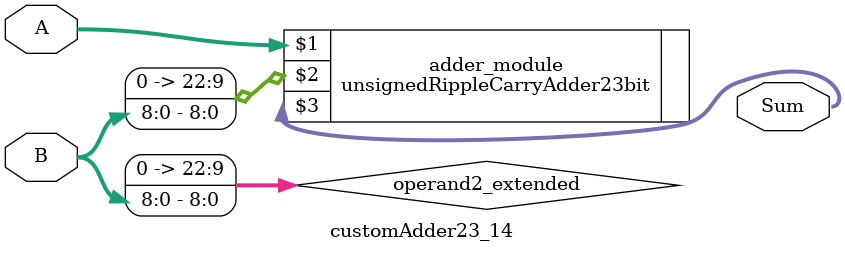
<source format=v>

module customAdder23_14(
                    input [22 : 0] A,
                    input [8 : 0] B,
                    
                    output [23 : 0] Sum
            );

    wire [22 : 0] operand2_extended;
    
    assign operand2_extended =  {14'b0, B};
    
    unsignedRippleCarryAdder23bit adder_module(
        A,
        operand2_extended,
        Sum
    );
    
endmodule
        
</source>
